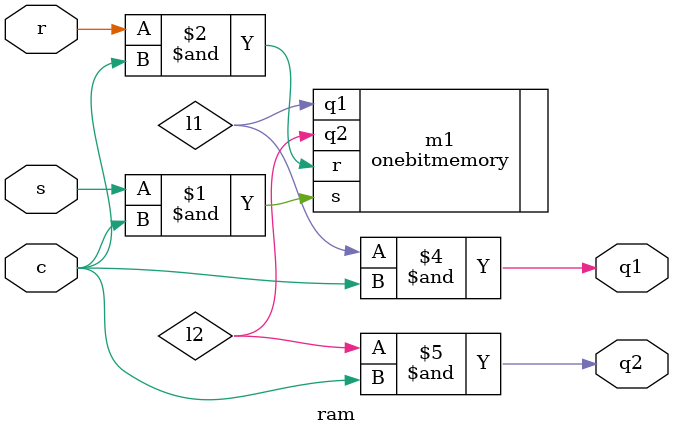
<source format=v>
module ram(output reg  q1, output reg q2, input r, input s, input c);

wire l1,l2;

onebitmemory m1(.q1(l1), .q2(l2), .s(s&c), .r(r&c));
always@(l1,l2,c)
begin
q1=l1 & c;
q2 = l2 & c;
end
endmodule

</source>
